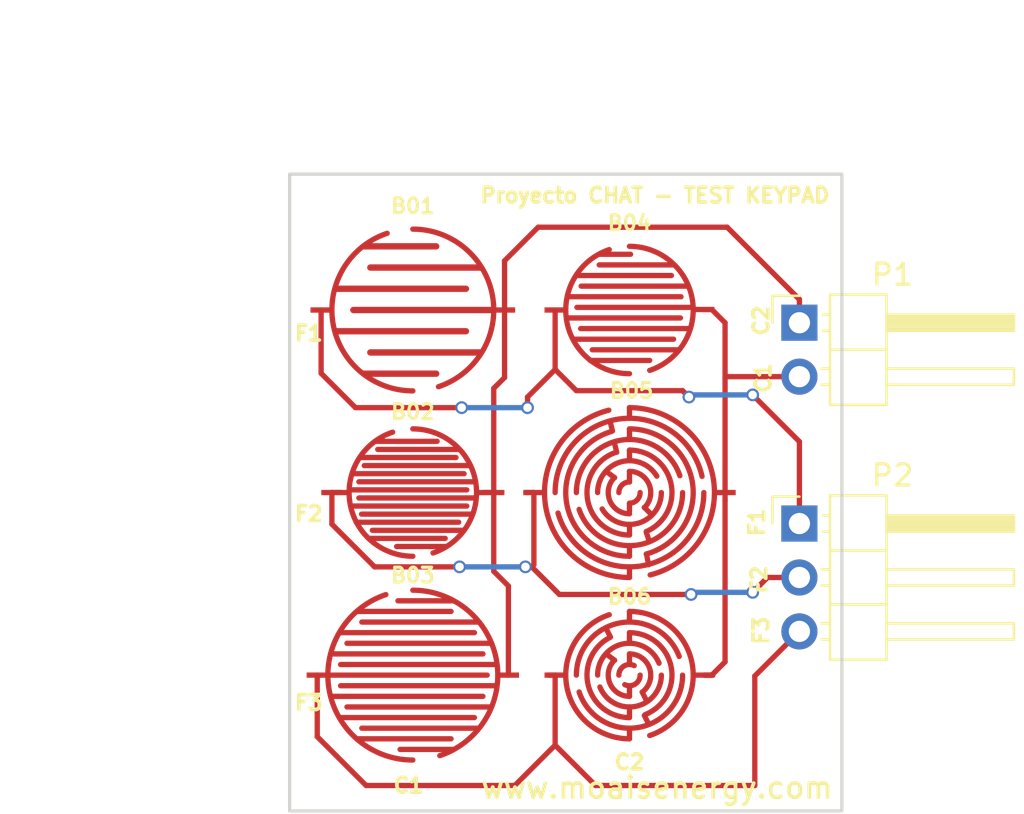
<source format=kicad_pcb>
(kicad_pcb (version 4) (host pcbnew 4.0.6-e0-6349~53~ubuntu16.04.1)

  (general
    (links 12)
    (no_connects 0)
    (area 132.924999 83.924999 159.075001 114.075001)
    (thickness 1.6)
    (drawings 26)
    (tracks 68)
    (zones 0)
    (modules 8)
    (nets 6)
  )

  (page A4)
  (layers
    (0 F.Cu signal)
    (31 B.Cu signal)
    (32 B.Adhes user)
    (33 F.Adhes user)
    (34 B.Paste user)
    (35 F.Paste user)
    (36 B.SilkS user)
    (37 F.SilkS user)
    (38 B.Mask user)
    (39 F.Mask user)
    (40 Dwgs.User user)
    (41 Cmts.User user)
    (42 Eco1.User user)
    (43 Eco2.User user)
    (44 Edge.Cuts user)
    (45 Margin user)
    (46 B.CrtYd user)
    (47 F.CrtYd user)
    (48 B.Fab user)
    (49 F.Fab user)
  )

  (setup
    (last_trace_width 0.25)
    (trace_clearance 0.2)
    (zone_clearance 0.508)
    (zone_45_only no)
    (trace_min 0.2)
    (segment_width 0.2)
    (edge_width 0.15)
    (via_size 0.6)
    (via_drill 0.4)
    (via_min_size 0.4)
    (via_min_drill 0.3)
    (uvia_size 0.3)
    (uvia_drill 0.1)
    (uvias_allowed no)
    (uvia_min_size 0.2)
    (uvia_min_drill 0.1)
    (pcb_text_width 0.3)
    (pcb_text_size 1.5 1.5)
    (mod_edge_width 0.15)
    (mod_text_size 1 1)
    (mod_text_width 0.15)
    (pad_size 1.524 1.524)
    (pad_drill 0.762)
    (pad_to_mask_clearance 0.2)
    (aux_axis_origin 0 0)
    (visible_elements FFFFEF7F)
    (pcbplotparams
      (layerselection 0x00030_80000001)
      (usegerberextensions false)
      (excludeedgelayer true)
      (linewidth 0.100000)
      (plotframeref false)
      (viasonmask false)
      (mode 1)
      (useauxorigin false)
      (hpglpennumber 1)
      (hpglpenspeed 20)
      (hpglpendiameter 15)
      (hpglpenoverlay 2)
      (psnegative false)
      (psa4output false)
      (plotreference true)
      (plotvalue true)
      (plotinvisibletext false)
      (padsonsilk false)
      (subtractmaskfromsilk false)
      (outputformat 1)
      (mirror false)
      (drillshape 1)
      (scaleselection 1)
      (outputdirectory ""))
  )

  (net 0 "")
  (net 1 "Net-(P1-Pad1)")
  (net 2 "Net-(P1-Pad2)")
  (net 3 "Net-(P2-Pad1)")
  (net 4 "Net-(P2-Pad2)")
  (net 5 "Net-(P2-Pad3)")

  (net_class Default "This is the default net class."
    (clearance 0.2)
    (trace_width 0.25)
    (via_dia 0.6)
    (via_drill 0.4)
    (uvia_dia 0.3)
    (uvia_drill 0.1)
    (add_net "Net-(P1-Pad1)")
    (add_net "Net-(P1-Pad2)")
    (add_net "Net-(P2-Pad1)")
    (add_net "Net-(P2-Pad2)")
    (add_net "Net-(P2-Pad3)")
  )

  (module Pin_Headers:Pin_Header_Angled_1x02_Pitch2.54mm (layer F.Cu) (tedit 59650532) (tstamp 5975BD1C)
    (at 157 91)
    (descr "Through hole angled pin header, 1x02, 2.54mm pitch, 6mm pin length, single row")
    (tags "Through hole angled pin header THT 1x02 2.54mm single row")
    (path /5975BD54)
    (fp_text reference P1 (at 4.385 -2.27) (layer F.SilkS)
      (effects (font (size 1 1) (thickness 0.15)))
    )
    (fp_text value CONN_01X02 (at 4.385 4.81) (layer F.Fab)
      (effects (font (size 1 1) (thickness 0.15)))
    )
    (fp_line (start 2.135 -1.27) (end 4.04 -1.27) (layer F.Fab) (width 0.1))
    (fp_line (start 4.04 -1.27) (end 4.04 3.81) (layer F.Fab) (width 0.1))
    (fp_line (start 4.04 3.81) (end 1.5 3.81) (layer F.Fab) (width 0.1))
    (fp_line (start 1.5 3.81) (end 1.5 -0.635) (layer F.Fab) (width 0.1))
    (fp_line (start 1.5 -0.635) (end 2.135 -1.27) (layer F.Fab) (width 0.1))
    (fp_line (start -0.32 -0.32) (end 1.5 -0.32) (layer F.Fab) (width 0.1))
    (fp_line (start -0.32 -0.32) (end -0.32 0.32) (layer F.Fab) (width 0.1))
    (fp_line (start -0.32 0.32) (end 1.5 0.32) (layer F.Fab) (width 0.1))
    (fp_line (start 4.04 -0.32) (end 10.04 -0.32) (layer F.Fab) (width 0.1))
    (fp_line (start 10.04 -0.32) (end 10.04 0.32) (layer F.Fab) (width 0.1))
    (fp_line (start 4.04 0.32) (end 10.04 0.32) (layer F.Fab) (width 0.1))
    (fp_line (start -0.32 2.22) (end 1.5 2.22) (layer F.Fab) (width 0.1))
    (fp_line (start -0.32 2.22) (end -0.32 2.86) (layer F.Fab) (width 0.1))
    (fp_line (start -0.32 2.86) (end 1.5 2.86) (layer F.Fab) (width 0.1))
    (fp_line (start 4.04 2.22) (end 10.04 2.22) (layer F.Fab) (width 0.1))
    (fp_line (start 10.04 2.22) (end 10.04 2.86) (layer F.Fab) (width 0.1))
    (fp_line (start 4.04 2.86) (end 10.04 2.86) (layer F.Fab) (width 0.1))
    (fp_line (start 1.44 -1.33) (end 1.44 3.87) (layer F.SilkS) (width 0.12))
    (fp_line (start 1.44 3.87) (end 4.1 3.87) (layer F.SilkS) (width 0.12))
    (fp_line (start 4.1 3.87) (end 4.1 -1.33) (layer F.SilkS) (width 0.12))
    (fp_line (start 4.1 -1.33) (end 1.44 -1.33) (layer F.SilkS) (width 0.12))
    (fp_line (start 4.1 -0.38) (end 10.1 -0.38) (layer F.SilkS) (width 0.12))
    (fp_line (start 10.1 -0.38) (end 10.1 0.38) (layer F.SilkS) (width 0.12))
    (fp_line (start 10.1 0.38) (end 4.1 0.38) (layer F.SilkS) (width 0.12))
    (fp_line (start 4.1 -0.32) (end 10.1 -0.32) (layer F.SilkS) (width 0.12))
    (fp_line (start 4.1 -0.2) (end 10.1 -0.2) (layer F.SilkS) (width 0.12))
    (fp_line (start 4.1 -0.08) (end 10.1 -0.08) (layer F.SilkS) (width 0.12))
    (fp_line (start 4.1 0.04) (end 10.1 0.04) (layer F.SilkS) (width 0.12))
    (fp_line (start 4.1 0.16) (end 10.1 0.16) (layer F.SilkS) (width 0.12))
    (fp_line (start 4.1 0.28) (end 10.1 0.28) (layer F.SilkS) (width 0.12))
    (fp_line (start 1.11 -0.38) (end 1.44 -0.38) (layer F.SilkS) (width 0.12))
    (fp_line (start 1.11 0.38) (end 1.44 0.38) (layer F.SilkS) (width 0.12))
    (fp_line (start 1.44 1.27) (end 4.1 1.27) (layer F.SilkS) (width 0.12))
    (fp_line (start 4.1 2.16) (end 10.1 2.16) (layer F.SilkS) (width 0.12))
    (fp_line (start 10.1 2.16) (end 10.1 2.92) (layer F.SilkS) (width 0.12))
    (fp_line (start 10.1 2.92) (end 4.1 2.92) (layer F.SilkS) (width 0.12))
    (fp_line (start 1.042929 2.16) (end 1.44 2.16) (layer F.SilkS) (width 0.12))
    (fp_line (start 1.042929 2.92) (end 1.44 2.92) (layer F.SilkS) (width 0.12))
    (fp_line (start -1.27 0) (end -1.27 -1.27) (layer F.SilkS) (width 0.12))
    (fp_line (start -1.27 -1.27) (end 0 -1.27) (layer F.SilkS) (width 0.12))
    (fp_line (start -1.8 -1.8) (end -1.8 4.35) (layer F.CrtYd) (width 0.05))
    (fp_line (start -1.8 4.35) (end 10.55 4.35) (layer F.CrtYd) (width 0.05))
    (fp_line (start 10.55 4.35) (end 10.55 -1.8) (layer F.CrtYd) (width 0.05))
    (fp_line (start 10.55 -1.8) (end -1.8 -1.8) (layer F.CrtYd) (width 0.05))
    (fp_text user %R (at 2.8 1.34 90) (layer F.Fab)
      (effects (font (size 1 1) (thickness 0.15)))
    )
    (pad 1 thru_hole rect (at 0 0) (size 1.7 1.7) (drill 1) (layers *.Cu *.Mask)
      (net 1 "Net-(P1-Pad1)"))
    (pad 2 thru_hole oval (at 0 2.54) (size 1.7 1.7) (drill 1) (layers *.Cu *.Mask)
      (net 2 "Net-(P1-Pad2)"))
    (model ${KISYS3DMOD}/Pin_Headers.3dshapes/Pin_Header_Angled_1x02_Pitch2.54mm.wrl
      (at (xyz 0 0 0))
      (scale (xyz 1 1 1))
      (rotate (xyz 0 0 0))
    )
  )

  (module Pin_Headers:Pin_Header_Angled_1x03_Pitch2.54mm (layer F.Cu) (tedit 59650532) (tstamp 5975BD23)
    (at 157 100.46)
    (descr "Through hole angled pin header, 1x03, 2.54mm pitch, 6mm pin length, single row")
    (tags "Through hole angled pin header THT 1x03 2.54mm single row")
    (path /5975BB6F)
    (fp_text reference P2 (at 4.385 -2.27) (layer F.SilkS)
      (effects (font (size 1 1) (thickness 0.15)))
    )
    (fp_text value CONN_01X03 (at 4.385 7.35) (layer F.Fab)
      (effects (font (size 1 1) (thickness 0.15)))
    )
    (fp_line (start 2.135 -1.27) (end 4.04 -1.27) (layer F.Fab) (width 0.1))
    (fp_line (start 4.04 -1.27) (end 4.04 6.35) (layer F.Fab) (width 0.1))
    (fp_line (start 4.04 6.35) (end 1.5 6.35) (layer F.Fab) (width 0.1))
    (fp_line (start 1.5 6.35) (end 1.5 -0.635) (layer F.Fab) (width 0.1))
    (fp_line (start 1.5 -0.635) (end 2.135 -1.27) (layer F.Fab) (width 0.1))
    (fp_line (start -0.32 -0.32) (end 1.5 -0.32) (layer F.Fab) (width 0.1))
    (fp_line (start -0.32 -0.32) (end -0.32 0.32) (layer F.Fab) (width 0.1))
    (fp_line (start -0.32 0.32) (end 1.5 0.32) (layer F.Fab) (width 0.1))
    (fp_line (start 4.04 -0.32) (end 10.04 -0.32) (layer F.Fab) (width 0.1))
    (fp_line (start 10.04 -0.32) (end 10.04 0.32) (layer F.Fab) (width 0.1))
    (fp_line (start 4.04 0.32) (end 10.04 0.32) (layer F.Fab) (width 0.1))
    (fp_line (start -0.32 2.22) (end 1.5 2.22) (layer F.Fab) (width 0.1))
    (fp_line (start -0.32 2.22) (end -0.32 2.86) (layer F.Fab) (width 0.1))
    (fp_line (start -0.32 2.86) (end 1.5 2.86) (layer F.Fab) (width 0.1))
    (fp_line (start 4.04 2.22) (end 10.04 2.22) (layer F.Fab) (width 0.1))
    (fp_line (start 10.04 2.22) (end 10.04 2.86) (layer F.Fab) (width 0.1))
    (fp_line (start 4.04 2.86) (end 10.04 2.86) (layer F.Fab) (width 0.1))
    (fp_line (start -0.32 4.76) (end 1.5 4.76) (layer F.Fab) (width 0.1))
    (fp_line (start -0.32 4.76) (end -0.32 5.4) (layer F.Fab) (width 0.1))
    (fp_line (start -0.32 5.4) (end 1.5 5.4) (layer F.Fab) (width 0.1))
    (fp_line (start 4.04 4.76) (end 10.04 4.76) (layer F.Fab) (width 0.1))
    (fp_line (start 10.04 4.76) (end 10.04 5.4) (layer F.Fab) (width 0.1))
    (fp_line (start 4.04 5.4) (end 10.04 5.4) (layer F.Fab) (width 0.1))
    (fp_line (start 1.44 -1.33) (end 1.44 6.41) (layer F.SilkS) (width 0.12))
    (fp_line (start 1.44 6.41) (end 4.1 6.41) (layer F.SilkS) (width 0.12))
    (fp_line (start 4.1 6.41) (end 4.1 -1.33) (layer F.SilkS) (width 0.12))
    (fp_line (start 4.1 -1.33) (end 1.44 -1.33) (layer F.SilkS) (width 0.12))
    (fp_line (start 4.1 -0.38) (end 10.1 -0.38) (layer F.SilkS) (width 0.12))
    (fp_line (start 10.1 -0.38) (end 10.1 0.38) (layer F.SilkS) (width 0.12))
    (fp_line (start 10.1 0.38) (end 4.1 0.38) (layer F.SilkS) (width 0.12))
    (fp_line (start 4.1 -0.32) (end 10.1 -0.32) (layer F.SilkS) (width 0.12))
    (fp_line (start 4.1 -0.2) (end 10.1 -0.2) (layer F.SilkS) (width 0.12))
    (fp_line (start 4.1 -0.08) (end 10.1 -0.08) (layer F.SilkS) (width 0.12))
    (fp_line (start 4.1 0.04) (end 10.1 0.04) (layer F.SilkS) (width 0.12))
    (fp_line (start 4.1 0.16) (end 10.1 0.16) (layer F.SilkS) (width 0.12))
    (fp_line (start 4.1 0.28) (end 10.1 0.28) (layer F.SilkS) (width 0.12))
    (fp_line (start 1.11 -0.38) (end 1.44 -0.38) (layer F.SilkS) (width 0.12))
    (fp_line (start 1.11 0.38) (end 1.44 0.38) (layer F.SilkS) (width 0.12))
    (fp_line (start 1.44 1.27) (end 4.1 1.27) (layer F.SilkS) (width 0.12))
    (fp_line (start 4.1 2.16) (end 10.1 2.16) (layer F.SilkS) (width 0.12))
    (fp_line (start 10.1 2.16) (end 10.1 2.92) (layer F.SilkS) (width 0.12))
    (fp_line (start 10.1 2.92) (end 4.1 2.92) (layer F.SilkS) (width 0.12))
    (fp_line (start 1.042929 2.16) (end 1.44 2.16) (layer F.SilkS) (width 0.12))
    (fp_line (start 1.042929 2.92) (end 1.44 2.92) (layer F.SilkS) (width 0.12))
    (fp_line (start 1.44 3.81) (end 4.1 3.81) (layer F.SilkS) (width 0.12))
    (fp_line (start 4.1 4.7) (end 10.1 4.7) (layer F.SilkS) (width 0.12))
    (fp_line (start 10.1 4.7) (end 10.1 5.46) (layer F.SilkS) (width 0.12))
    (fp_line (start 10.1 5.46) (end 4.1 5.46) (layer F.SilkS) (width 0.12))
    (fp_line (start 1.042929 4.7) (end 1.44 4.7) (layer F.SilkS) (width 0.12))
    (fp_line (start 1.042929 5.46) (end 1.44 5.46) (layer F.SilkS) (width 0.12))
    (fp_line (start -1.27 0) (end -1.27 -1.27) (layer F.SilkS) (width 0.12))
    (fp_line (start -1.27 -1.27) (end 0 -1.27) (layer F.SilkS) (width 0.12))
    (fp_line (start -1.8 -1.8) (end -1.8 6.85) (layer F.CrtYd) (width 0.05))
    (fp_line (start -1.8 6.85) (end 10.55 6.85) (layer F.CrtYd) (width 0.05))
    (fp_line (start 10.55 6.85) (end 10.55 -1.8) (layer F.CrtYd) (width 0.05))
    (fp_line (start 10.55 -1.8) (end -1.8 -1.8) (layer F.CrtYd) (width 0.05))
    (fp_text user %R (at 2.77 2.54 270) (layer F.Fab)
      (effects (font (size 1 1) (thickness 0.15)))
    )
    (pad 1 thru_hole rect (at 0 0) (size 1.7 1.7) (drill 1) (layers *.Cu *.Mask)
      (net 3 "Net-(P2-Pad1)"))
    (pad 2 thru_hole oval (at 0 2.54) (size 1.7 1.7) (drill 1) (layers *.Cu *.Mask)
      (net 4 "Net-(P2-Pad2)"))
    (pad 3 thru_hole oval (at 0 5.08) (size 1.7 1.7) (drill 1) (layers *.Cu *.Mask)
      (net 5 "Net-(P2-Pad3)"))
    (model ${KISYS3DMOD}/Pin_Headers.3dshapes/Pin_Header_Angled_1x03_Pitch2.54mm.wrl
      (at (xyz 0 0 0))
      (scale (xyz 1 1 1))
      (rotate (xyz 0 0 0))
    )
  )

  (module footprint:Button_V2 (layer F.Cu) (tedit 597633A7) (tstamp 59709377)
    (at 138.8 99)
    (path /596898F9)
    (fp_text reference B02 (at 0 -3.8) (layer F.SilkS)
      (effects (font (size 0.7 0.7) (thickness 0.15)))
    )
    (fp_text value SW_DIP_x01 (at 0.2 -4) (layer F.Fab)
      (effects (font (size 1 1) (thickness 0.15)))
    )
    (fp_line (start 3.81 0) (end 3.048 0) (layer F.Cu) (width 0.25))
    (fp_line (start -3.81 0) (end -3.048 0) (layer F.Cu) (width 0.25))
    (fp_line (start 1.524 2.54) (end -0.762 2.54) (layer F.Cu) (width 0.25))
    (fp_line (start -2.032 2.159) (end 1.524 2.159) (layer F.Cu) (width 0.25))
    (fp_line (start 2.413 1.778) (end -1.905 1.778) (layer F.Cu) (width 0.25))
    (fp_line (start -2.667 1.397) (end 2.159 1.397) (layer F.Cu) (width 0.25))
    (fp_line (start 2.794 1.016) (end -2.413 1.016) (layer F.Cu) (width 0.25))
    (fp_line (start -2.921 0.635) (end 2.54 0.635) (layer F.Cu) (width 0.25))
    (fp_line (start 2.921 0.254) (end -2.54 0.254) (layer F.Cu) (width 0.25))
    (fp_line (start -2.921 -0.127) (end 2.54 -0.127) (layer F.Cu) (width 0.25))
    (fp_line (start 2.921 -0.508) (end -2.54 -0.508) (layer F.Cu) (width 0.25))
    (fp_line (start -2.794 -0.889) (end 2.413 -0.889) (layer F.Cu) (width 0.25))
    (fp_line (start 2.667 -1.27) (end -2.286 -1.27) (layer F.Cu) (width 0.25))
    (fp_line (start -2.413 -1.651) (end 2.032 -1.651) (layer F.Cu) (width 0.25))
    (fp_line (start 2.159 -2.032) (end -1.651 -2.032) (layer F.Cu) (width 0.25))
    (fp_line (start -1.778 -2.413) (end 1.143 -2.413) (layer F.Cu) (width 0.25))
    (fp_arc (start 0 0) (end 0 -3) (angle 161.5) (layer F.Cu) (width 0.25))
    (fp_arc (start 0 0) (end 0 3) (angle 161.5) (layer F.Cu) (width 0.25))
    (pad 1 smd rect (at 3.81 0) (size 1 0.25) (layers F.Cu F.Paste F.Mask)
      (net 1 "Net-(P1-Pad1)"))
    (pad 2 smd rect (at -3.81 0) (size 1 0.25) (layers F.Cu F.Paste F.Mask)
      (net 4 "Net-(P2-Pad2)"))
  )

  (module "footprint:button rubber pad" (layer F.Cu) (tedit 5976339F) (tstamp 59709371)
    (at 138.8 90.4)
    (path /5968986F)
    (fp_text reference B01 (at 0 -4.9) (layer F.SilkS)
      (effects (font (size 0.7 0.7) (thickness 0.15)))
    )
    (fp_text value SW_DIP_x01 (at -0.1 -1.2) (layer F.Fab)
      (effects (font (size 1 1) (thickness 0.15)))
    )
    (fp_line (start -2.3 3) (end 1.1 3) (layer F.Cu) (width 0.3))
    (fp_line (start 3.2 2) (end -2 2) (layer F.Cu) (width 0.3))
    (fp_line (start -3.6 1) (end 2.5 1) (layer F.Cu) (width 0.3))
    (fp_line (start 3.7 0) (end -2.8 0) (layer F.Cu) (width 0.3))
    (fp_line (start -3.6 -1) (end 2.5 -1) (layer F.Cu) (width 0.3))
    (fp_line (start 3.2 -2) (end -2 -2) (layer F.Cu) (width 0.3))
    (fp_line (start -2.3 -3) (end 1.1 -3) (layer F.Cu) (width 0.3))
    (fp_arc (start 0 0) (end 0 3.81) (angle 161.5) (layer F.Cu) (width 0.25))
    (fp_arc (start 0 0) (end 0 -3.81) (angle 161.5) (layer F.Cu) (width 0.25))
    (pad 1 smd rect (at 4.318 0) (size 1 0.25) (layers F.Cu F.Paste F.Mask)
      (net 1 "Net-(P1-Pad1)"))
    (pad 2 smd rect (at -4.318 0) (size 1 0.25) (layers F.Cu F.Paste F.Mask)
      (net 3 "Net-(P2-Pad1)"))
  )

  (module footprint:Button_V4 (layer F.Cu) (tedit 597633DD) (tstamp 59709383)
    (at 149 90.4)
    (path /5968994A)
    (fp_text reference B04 (at 0 -4.1) (layer F.SilkS)
      (effects (font (size 0.7 0.7) (thickness 0.15)))
    )
    (fp_text value SW_DIP_x01 (at 0.2 -4.8) (layer F.Fab)
      (effects (font (size 1 1) (thickness 0.15)))
    )
    (fp_line (start -1.85 2.375) (end 0.95 2.375) (layer F.Cu) (width 0.25))
    (fp_line (start 2.3 1.875) (end -1.75 1.875) (layer F.Cu) (width 0.25))
    (fp_line (start -2.65 1.375) (end 2.075 1.375) (layer F.Cu) (width 0.25))
    (fp_line (start 2.825 0.875) (end -2.3 0.875) (layer F.Cu) (width 0.25))
    (fp_line (start -2.95 0.375) (end 2.4 0.375) (layer F.Cu) (width 0.25))
    (fp_line (start 2.95 -0.125) (end -2.475 -0.125) (layer F.Cu) (width 0.25))
    (fp_line (start -2.9 -0.625) (end 2.425 -0.625) (layer F.Cu) (width 0.25))
    (fp_line (start 2.725 -1.125) (end -2.275 -1.125) (layer F.Cu) (width 0.25))
    (fp_line (start -2.475 -1.625) (end 1.975 -1.625) (layer F.Cu) (width 0.25))
    (fp_line (start 2.075 -2.125) (end -1.425 -2.125) (layer F.Cu) (width 0.25))
    (fp_line (start -1.4 -2.625) (end 0.05 -2.625) (layer F.Cu) (width 0.25))
    (fp_arc (start 0 0) (end 0 3) (angle 161.5) (layer F.Cu) (width 0.25))
    (fp_arc (start 0 0) (end 0 -3) (angle 161.5) (layer F.Cu) (width 0.25))
    (pad 1 smd rect (at 3.5 -0.025) (size 1 0.25) (layers F.Cu F.Paste F.Mask)
      (net 2 "Net-(P1-Pad2)"))
    (pad 2 smd rect (at -3.5 0) (size 1 0.25) (layers F.Cu F.Paste F.Mask)
      (net 3 "Net-(P2-Pad1)"))
  )

  (module footprint:Button_V3 (layer F.Cu) (tedit 597633E9) (tstamp 5970937D)
    (at 138.8 107.6)
    (path /596899CA)
    (fp_text reference B03 (at 0 -4.7) (layer F.SilkS)
      (effects (font (size 0.7 0.7) (thickness 0.15)))
    )
    (fp_text value SW_DIP_x01 (at -0.2 -4.8) (layer F.Fab)
      (effects (font (size 1 1) (thickness 0.15)))
    )
    (fp_line (start 1.9 -3.5) (end -0.7 -3.5) (layer F.Cu) (width 0.25))
    (fp_line (start -2.6 -3) (end 1.8 -3) (layer F.Cu) (width 0.25))
    (fp_line (start 3.1 -2.5) (end -2.4 -2.5) (layer F.Cu) (width 0.25))
    (fp_line (start -3.4 -2) (end 2.9 -2) (layer F.Cu) (width 0.25))
    (fp_line (start 3.7 -1.5) (end -3.1 -1.5) (layer F.Cu) (width 0.25))
    (fp_line (start -3.8 -1) (end 3.3 -1) (layer F.Cu) (width 0.25))
    (fp_line (start 3.9 -0.5) (end -3.4 -0.5) (layer F.Cu) (width 0.25))
    (fp_line (start -4 0) (end 3.5 0) (layer F.Cu) (width 0.25))
    (fp_line (start 3.9 0.5) (end -3.4 0.5) (layer F.Cu) (width 0.25))
    (fp_line (start -3.8 1) (end 3.3 1) (layer F.Cu) (width 0.25))
    (fp_line (start 3.7 1.5) (end -3.1 1.5) (layer F.Cu) (width 0.25))
    (fp_line (start -3.4 2) (end 2.9 2) (layer F.Cu) (width 0.25))
    (fp_line (start 3.1 2.5) (end -2.4 2.5) (layer F.Cu) (width 0.25))
    (fp_line (start -2.6 3) (end 1.8 3) (layer F.Cu) (width 0.25))
    (fp_line (start 1.9 3.5) (end -0.6 3.5) (layer F.Cu) (width 0.25))
    (fp_arc (start 0 0) (end 0 4) (angle 161.5) (layer F.Cu) (width 0.25))
    (fp_arc (start 0 0) (end 0 -4) (angle 161.5) (layer F.Cu) (width 0.25))
    (pad 1 smd rect (at 4.5 0) (size 1 0.25) (layers F.Cu F.Paste F.Mask)
      (net 1 "Net-(P1-Pad1)"))
    (pad 2 smd rect (at -4.5 0) (size 1 0.25) (layers F.Cu F.Paste F.Mask)
      (net 5 "Net-(P2-Pad3)"))
  )

  (module footprint:Button_V5 (layer F.Cu) (tedit 597633D7) (tstamp 59709389)
    (at 149 99)
    (path /59689975)
    (fp_text reference B05 (at 0.1 -4.8) (layer F.SilkS)
      (effects (font (size 0.7 0.7) (thickness 0.15)))
    )
    (fp_text value SW_DIP_x01 (at 0 -4.75) (layer F.Fab)
      (effects (font (size 1 1) (thickness 0.15)))
    )
    (fp_line (start -0.6 -1.9) (end -0.7 -2.3) (layer F.Cu) (width 0.25))
    (fp_line (start 0 1.5) (end 0 2) (layer F.Cu) (width 0.25))
    (fp_line (start 0.7 0.7) (end 1 1) (layer F.Cu) (width 0.25))
    (fp_line (start 0 -1) (end 0 -0.5) (layer F.Cu) (width 0.25))
    (fp_line (start 0 0.5) (end 0 0.9) (layer F.Cu) (width 0.25))
    (fp_line (start -1.1 -1) (end -0.7 -0.7) (layer F.Cu) (width 0.25))
    (fp_line (start 0 -2) (end 0 -1.6) (layer F.Cu) (width 0.25))
    (fp_line (start 0.8 1.9) (end 0.9 2.2) (layer F.Cu) (width 0.25))
    (fp_arc (start 0 0) (end 0 -2) (angle 156.8) (layer F.Cu) (width 0.25))
    (fp_line (start 0 -3) (end 0 -2.6) (layer F.Cu) (width 0.25))
    (fp_line (start 0.9 3.4) (end 0.8 2.9) (layer F.Cu) (width 0.25))
    (fp_line (start 0 4) (end 0 3.5) (layer F.Cu) (width 0.25))
    (fp_line (start 0 3) (end 0 2.5) (layer F.Cu) (width 0.25))
    (fp_line (start -0.8 -2.9) (end -0.9 -3.3) (layer F.Cu) (width 0.25))
    (fp_line (start 0 -4) (end 0 -3.5) (layer F.Cu) (width 0.25))
    (fp_arc (start 0 0) (end -0.5 0) (angle 89.9) (layer F.Cu) (width 0.25))
    (fp_arc (start 0 0) (end 0.5 0) (angle 90) (layer F.Cu) (width 0.25))
    (fp_arc (start 0 0) (end 0 1) (angle 135) (layer F.Cu) (width 0.25))
    (fp_arc (start 0 0) (end 0 -1) (angle 135) (layer F.Cu) (width 0.25))
    (fp_arc (start 0 0) (end -1.5 0) (angle 149) (layer F.Cu) (width 0.25))
    (fp_arc (start 0 0) (end 1.5 0) (angle 149) (layer F.Cu) (width 0.25))
    (fp_arc (start 0 0) (end 0 2) (angle 161.5) (layer F.Cu) (width 0.25))
    (fp_arc (start 0 0) (end -2.5 0) (angle 161.5) (layer F.Cu) (width 0.25))
    (fp_arc (start 0 0) (end 2.5 0) (angle 161.5) (layer F.Cu) (width 0.25))
    (fp_arc (start 0 0) (end 0 3) (angle 163.3) (layer F.Cu) (width 0.25))
    (fp_arc (start 0 0) (end 0 -3) (angle 164.7) (layer F.Cu) (width 0.25))
    (fp_arc (start 0 0) (end 3.5 0) (angle 164) (layer F.Cu) (width 0.25))
    (fp_arc (start 0 0) (end -3.5 0) (angle 167.4) (layer F.Cu) (width 0.25))
    (fp_arc (start 0 0) (end 0 4) (angle 165.9) (layer F.Cu) (width 0.25))
    (fp_arc (start 0 0) (end 0 -4) (angle 165.9) (layer F.Cu) (width 0.25))
    (pad 1 smd rect (at 4.5 0) (size 1 0.25) (layers F.Cu F.Paste F.Mask)
      (net 2 "Net-(P1-Pad2)"))
    (pad 2 smd rect (at -4.5 0) (size 1 0.25) (layers F.Cu F.Paste F.Mask)
      (net 4 "Net-(P2-Pad2)"))
  )

  (module footprint:Button_V6.1 (layer F.Cu) (tedit 597633C1) (tstamp 59709CC6)
    (at 149 107.6)
    (path /59689A57)
    (fp_text reference B06 (at 0 -3.7) (layer F.SilkS)
      (effects (font (size 0.7 0.7) (thickness 0.15)))
    )
    (fp_text value SW_DIP_x01 (at 0 -4) (layer F.Fab)
      (effects (font (size 1 1) (thickness 0.15)))
    )
    (fp_line (start 0 1) (end 0 0.5) (layer F.Cu) (width 0.25))
    (fp_line (start -1.1 -1) (end -0.7 -0.7) (layer F.Cu) (width 0.25))
    (fp_line (start 0 -2) (end 0 -1.5) (layer F.Cu) (width 0.25))
    (fp_line (start 0.7 1.9) (end 0.9 2.3) (layer F.Cu) (width 0.25))
    (fp_line (start 0 3) (end 0 2.5) (layer F.Cu) (width 0.25))
    (fp_line (start 0 -1) (end 0 -0.6) (layer F.Cu) (width 0.25))
    (fp_line (start 0.8 1.2) (end 0.6 0.8) (layer F.Cu) (width 0.25))
    (fp_line (start 0 2) (end 0 1.5) (layer F.Cu) (width 0.25))
    (fp_line (start -0.9 -1.8) (end -1.1 -2.2) (layer F.Cu) (width 0.25))
    (fp_line (start 0 -3) (end 0 -2.6) (layer F.Cu) (width 0.25))
    (fp_arc (start 0 0) (end -0.5 0) (angle 116.5) (layer F.Cu) (width 0.25))
    (fp_arc (start 0 0) (end 0.5 0) (angle 116.5) (layer F.Cu) (width 0.25))
    (fp_arc (start 0 0) (end 0 1) (angle 135) (layer F.Cu) (width 0.25))
    (fp_arc (start 0 0) (end 0 -1) (angle 143.1) (layer F.Cu) (width 0.25))
    (fp_arc (start 0 0) (end -1.5 0) (angle 158.1) (layer F.Cu) (width 0.25))
    (fp_arc (start 0 0) (end 1.5 0) (angle 158.1) (layer F.Cu) (width 0.25))
    (fp_arc (start 0 0) (end 0 2) (angle 153.4) (layer F.Cu) (width 0.25))
    (fp_arc (start 0 0) (end 0 -2) (angle 158.1) (layer F.Cu) (width 0.25))
    (fp_arc (start 0 0) (end -2.5 0) (angle 159.4) (layer F.Cu) (width 0.25))
    (fp_arc (start 0 0) (end 2.5 0) (angle 161.5) (layer F.Cu) (width 0.25))
    (fp_arc (start 0 0) (end 0 3) (angle 161.5) (layer F.Cu) (width 0.25))
    (fp_arc (start 0 0) (end 0 -3) (angle 161.5) (layer F.Cu) (width 0.25))
    (pad 1 smd rect (at 3.5 0) (size 1 0.25) (layers F.Cu F.Paste F.Mask)
      (net 2 "Net-(P1-Pad2)"))
    (pad 2 smd rect (at -3.5 0) (size 1 0.25) (layers F.Cu F.Paste F.Mask)
      (net 5 "Net-(P2-Pad3)"))
  )

  (gr_text F3 (at 133.9 108.9) (layer F.SilkS)
    (effects (font (size 0.7 0.7) (thickness 0.175)))
  )
  (gr_text F2 (at 133.9 100) (layer F.SilkS)
    (effects (font (size 0.7 0.7) (thickness 0.175)))
  )
  (gr_text F1 (at 133.9 91.5) (layer F.SilkS)
    (effects (font (size 0.7 0.7) (thickness 0.175)))
  )
  (gr_text C2 (at 149 111.7) (layer F.SilkS)
    (effects (font (size 0.7 0.7) (thickness 0.175)))
  )
  (gr_text C1 (at 138.6 112.8) (layer F.SilkS)
    (effects (font (size 0.7 0.7) (thickness 0.175)))
  )
  (gr_text C2 (at 155.2 90.9 90) (layer F.SilkS)
    (effects (font (size 0.7 0.7) (thickness 0.175)))
  )
  (gr_text C1 (at 155.3 93.6 90) (layer F.SilkS)
    (effects (font (size 0.7 0.7) (thickness 0.175)))
  )
  (gr_text F3 (at 155.2 105.5 90) (layer F.SilkS)
    (effects (font (size 0.7 0.7) (thickness 0.175)))
  )
  (gr_text F2 (at 155.1 103.1 90) (layer F.SilkS)
    (effects (font (size 0.7 0.7) (thickness 0.175)))
  )
  (gr_text F1 (at 155 100.4 90) (layer F.SilkS)
    (effects (font (size 0.7 0.7) (thickness 0.175)))
  )
  (dimension 26 (width 0.3) (layer Dwgs.User)
    (gr_text "26,000 mm" (at 146 77.65) (layer Dwgs.User)
      (effects (font (size 1.5 1.5) (thickness 0.3)))
    )
    (feature1 (pts (xy 133 84) (xy 133 76.3)))
    (feature2 (pts (xy 159 84) (xy 159 76.3)))
    (crossbar (pts (xy 159 79) (xy 133 79)))
    (arrow1a (pts (xy 133 79) (xy 134.126504 78.413579)))
    (arrow1b (pts (xy 133 79) (xy 134.126504 79.586421)))
    (arrow2a (pts (xy 159 79) (xy 157.873496 78.413579)))
    (arrow2b (pts (xy 159 79) (xy 157.873496 79.586421)))
  )
  (dimension 30 (width 0.3) (layer Dwgs.User)
    (gr_text "30,000 mm" (at 125.65 99 90) (layer Dwgs.User)
      (effects (font (size 1.5 1.5) (thickness 0.3)))
    )
    (feature1 (pts (xy 133 84) (xy 124.3 84)))
    (feature2 (pts (xy 133 114) (xy 124.3 114)))
    (crossbar (pts (xy 127 114) (xy 127 84)))
    (arrow1a (pts (xy 127 84) (xy 127.586421 85.126504)))
    (arrow1b (pts (xy 127 84) (xy 126.413579 85.126504)))
    (arrow2a (pts (xy 127 114) (xy 127.586421 112.873496)))
    (arrow2b (pts (xy 127 114) (xy 126.413579 112.873496)))
  )
  (dimension 8.6 (width 0.25) (layer Dwgs.User)
    (gr_text "8,600 mm" (at 130.200001 103.3 270) (layer Dwgs.User)
      (effects (font (size 1 1) (thickness 0.25)))
    )
    (feature1 (pts (xy 138.8 107.6) (xy 128.850001 107.6)))
    (feature2 (pts (xy 138.8 99) (xy 128.850001 99)))
    (crossbar (pts (xy 131.550001 99) (xy 131.550001 107.6)))
    (arrow1a (pts (xy 131.550001 107.6) (xy 130.96358 106.473496)))
    (arrow1b (pts (xy 131.550001 107.6) (xy 132.136422 106.473496)))
    (arrow2a (pts (xy 131.550001 99) (xy 130.96358 100.126504)))
    (arrow2b (pts (xy 131.550001 99) (xy 132.136422 100.126504)))
  )
  (dimension 8.6 (width 0.25) (layer Dwgs.User)
    (gr_text "8,600 mm" (at 130.2 94.7 270) (layer Dwgs.User)
      (effects (font (size 1 1) (thickness 0.25)))
    )
    (feature1 (pts (xy 138.8 99) (xy 128.85 99)))
    (feature2 (pts (xy 138.8 90.4) (xy 128.85 90.4)))
    (crossbar (pts (xy 131.55 90.4) (xy 131.55 99)))
    (arrow1a (pts (xy 131.55 99) (xy 130.963579 97.873496)))
    (arrow1b (pts (xy 131.55 99) (xy 132.136421 97.873496)))
    (arrow2a (pts (xy 131.55 90.4) (xy 130.963579 91.526504)))
    (arrow2b (pts (xy 131.55 90.4) (xy 132.136421 91.526504)))
  )
  (gr_line (start 159 114) (end 159 84) (layer Edge.Cuts) (width 0.15))
  (gr_line (start 133 114) (end 159 114) (layer Edge.Cuts) (width 0.15))
  (gr_line (start 133 84) (end 159 84) (layer Edge.Cuts) (width 0.15))
  (gr_line (start 133 84) (end 133 114) (layer Edge.Cuts) (width 0.15))
  (gr_text "Proyecto CHAT - TEST KEYPAD" (at 150.2 85 360) (layer F.SilkS)
    (effects (font (size 0.7 0.7) (thickness 0.175)))
  )
  (gr_circle (center 149 99) (end 153.2 99.3) (layer F.Mask) (width 0.2))
  (gr_circle (center 149 90.4) (end 152.2 90.4) (layer F.Mask) (width 0.2))
  (gr_circle (center 149.05 107.6) (end 152.15 107.3) (layer F.Mask) (width 0.2))
  (gr_circle (center 138.8 107.6) (end 142.9 107.7) (layer F.Mask) (width 0.2))
  (gr_circle (center 138.8 99) (end 141.9 98.6) (layer F.Mask) (width 0.2))
  (gr_circle (center 138.8 90.4) (end 142.8 90.2) (layer F.Mask) (width 0.2))
  (gr_text www.moaisenergy.com (at 150.3 112.9) (layer F.SilkS)
    (effects (font (size 1 1) (thickness 0.175)))
  )

  (segment (start 144.7 86.5) (end 143.118 88.082) (width 0.25) (layer F.Cu) (net 1))
  (segment (start 143.118 88.082) (end 143.118 90.4) (width 0.25) (layer F.Cu) (net 1))
  (segment (start 153.6 86.5) (end 144.7 86.5) (width 0.25) (layer F.Cu) (net 1))
  (segment (start 157 91) (end 157 89.9) (width 0.25) (layer F.Cu) (net 1))
  (segment (start 157 89.9) (end 153.6 86.5) (width 0.25) (layer F.Cu) (net 1))
  (segment (start 142.61 94.09) (end 143.118 93.582) (width 0.25) (layer F.Cu) (net 1))
  (segment (start 143.118 93.582) (end 143.118 90.4) (width 0.25) (layer F.Cu) (net 1))
  (segment (start 142.61 99) (end 142.61 94.09) (width 0.25) (layer F.Cu) (net 1))
  (segment (start 143.3 103.4) (end 142.61 102.71) (width 0.25) (layer F.Cu) (net 1))
  (segment (start 142.61 102.71) (end 142.61 99) (width 0.25) (layer F.Cu) (net 1))
  (segment (start 143.3 107.6) (end 143.3 103.4) (width 0.25) (layer F.Cu) (net 1))
  (segment (start 153.5 99) (end 153.5 93.6) (width 0.25) (layer F.Cu) (net 2))
  (segment (start 153.56 93.54) (end 153.5 93.6) (width 0.25) (layer F.Cu) (net 2))
  (segment (start 153.5 93.6) (end 153.5 91) (width 0.25) (layer F.Cu) (net 2))
  (segment (start 157 93.54) (end 153.56 93.54) (width 0.25) (layer F.Cu) (net 2))
  (segment (start 153.5 91) (end 152.875 90.375) (width 0.25) (layer F.Cu) (net 2))
  (segment (start 152.875 90.375) (end 152.5 90.375) (width 0.25) (layer F.Cu) (net 2))
  (segment (start 152.5 107.6) (end 152.875 107.6) (width 0.25) (layer F.Cu) (net 2))
  (segment (start 152.875 107.6) (end 153.5 106.975) (width 0.25) (layer F.Cu) (net 2))
  (segment (start 153.5 106.975) (end 153.5 99.375) (width 0.25) (layer F.Cu) (net 2))
  (segment (start 153.5 99.375) (end 153.5 99) (width 0.25) (layer F.Cu) (net 2))
  (segment (start 152.925 107.6) (end 152.55 107.6) (width 0.25) (layer F.Cu) (net 2))
  (segment (start 151.5 94.2) (end 146.5 94.2) (width 0.25) (layer F.Cu) (net 3))
  (segment (start 146.5 94.2) (end 145.5 93.2) (width 0.25) (layer F.Cu) (net 3))
  (segment (start 151.8 94.5) (end 151.5 94.2) (width 0.25) (layer F.Cu) (net 3))
  (segment (start 154.8 94.4) (end 151.9 94.4) (width 0.25) (layer B.Cu) (net 3))
  (segment (start 151.9 94.4) (end 151.8 94.5) (width 0.25) (layer B.Cu) (net 3))
  (via (at 151.8 94.5) (size 0.6) (drill 0.4) (layers F.Cu B.Cu) (net 3))
  (segment (start 157 100.46) (end 157 96.6) (width 0.25) (layer F.Cu) (net 3))
  (segment (start 157 96.6) (end 154.8 94.4) (width 0.25) (layer F.Cu) (net 3))
  (via (at 154.8 94.4) (size 0.6) (drill 0.4) (layers F.Cu B.Cu) (net 3))
  (segment (start 144.2 94.5) (end 145.5 93.2) (width 0.25) (layer F.Cu) (net 3))
  (segment (start 145.5 93.2) (end 145.5 90.4) (width 0.25) (layer F.Cu) (net 3))
  (segment (start 144.2 95) (end 144.2 94.5) (width 0.25) (layer F.Cu) (net 3))
  (segment (start 141.1 95) (end 144.2 95) (width 0.25) (layer B.Cu) (net 3))
  (via (at 144.2 95) (size 0.6) (drill 0.4) (layers F.Cu B.Cu) (net 3))
  (segment (start 134.482 93.382) (end 136.1 95) (width 0.25) (layer F.Cu) (net 3))
  (segment (start 136.1 95) (end 141.1 95) (width 0.25) (layer F.Cu) (net 3))
  (via (at 141.1 95) (size 0.6) (drill 0.4) (layers F.Cu B.Cu) (net 3))
  (segment (start 134.482 90.4) (end 134.482 93.382) (width 0.25) (layer F.Cu) (net 3))
  (segment (start 145.7 103.8) (end 144.4 102.5) (width 0.25) (layer F.Cu) (net 4))
  (segment (start 151.9 103.8) (end 145.7 103.8) (width 0.25) (layer F.Cu) (net 4))
  (segment (start 154.8 103.7) (end 152 103.7) (width 0.25) (layer B.Cu) (net 4))
  (segment (start 152 103.7) (end 151.9 103.8) (width 0.25) (layer B.Cu) (net 4))
  (via (at 151.9 103.8) (size 0.6) (drill 0.4) (layers F.Cu B.Cu) (net 4))
  (segment (start 157 103) (end 155.5 103) (width 0.25) (layer F.Cu) (net 4))
  (segment (start 155.5 103) (end 154.8 103.7) (width 0.25) (layer F.Cu) (net 4))
  (via (at 154.8 103.7) (size 0.6) (drill 0.4) (layers F.Cu B.Cu) (net 4))
  (segment (start 144.4 102.5) (end 144.5 102.4) (width 0.25) (layer F.Cu) (net 4))
  (segment (start 144.5 102.4) (end 144.5 99) (width 0.25) (layer F.Cu) (net 4))
  (segment (start 144.1 102.5) (end 144.4 102.5) (width 0.25) (layer F.Cu) (net 4))
  (segment (start 141 102.5) (end 144.1 102.5) (width 0.25) (layer B.Cu) (net 4))
  (via (at 144.1 102.5) (size 0.6) (drill 0.4) (layers F.Cu B.Cu) (net 4))
  (segment (start 134.99 100.49) (end 137 102.5) (width 0.25) (layer F.Cu) (net 4))
  (segment (start 137 102.5) (end 141 102.5) (width 0.25) (layer F.Cu) (net 4))
  (via (at 141 102.5) (size 0.6) (drill 0.4) (layers F.Cu B.Cu) (net 4))
  (segment (start 134.99 99) (end 134.99 100.49) (width 0.25) (layer F.Cu) (net 4))
  (segment (start 144.5 99) (end 144.125 99) (width 0.25) (layer F.Cu) (net 4))
  (segment (start 154.9 112.8) (end 154.9 107.64) (width 0.25) (layer F.Cu) (net 5))
  (segment (start 154.9 107.64) (end 157 105.54) (width 0.25) (layer F.Cu) (net 5))
  (segment (start 147.4 112.8) (end 154.9 112.8) (width 0.25) (layer F.Cu) (net 5))
  (segment (start 145.5 110.9) (end 147.4 112.8) (width 0.25) (layer F.Cu) (net 5))
  (segment (start 143.6 112.8) (end 145.5 110.9) (width 0.25) (layer F.Cu) (net 5))
  (segment (start 145.5 110.9) (end 145.5 107.6) (width 0.25) (layer F.Cu) (net 5))
  (segment (start 136.6 112.8) (end 143.6 112.8) (width 0.25) (layer F.Cu) (net 5))
  (segment (start 134.3 110.5) (end 136.6 112.8) (width 0.25) (layer F.Cu) (net 5))
  (segment (start 134.3 107.6) (end 134.3 110.5) (width 0.25) (layer F.Cu) (net 5))
  (segment (start 145.55 107.6) (end 145.175 107.6) (width 0.25) (layer F.Cu) (net 5))

  (zone (net 0) (net_name "") (layer F.Mask) (tstamp 0) (hatch edge 0.508)
    (connect_pads (clearance 0.508))
    (min_thickness 0.254)
    (fill yes (arc_segments 16) (thermal_gap 0.508) (thermal_bridge_width 0.508))
    (polygon
      (pts
        (xy 153.1 100.1) (xy 152.6 101.2) (xy 151.8 102.2) (xy 150.9 102.7) (xy 149.6 103.2)
        (xy 147.9 103.1) (xy 146.5 102.4) (xy 145.8 101.8) (xy 145.3 100.9) (xy 145 100.2)
        (xy 144.8 99.6) (xy 144.8 98.6) (xy 145 97.5) (xy 145.6 96.4) (xy 146.4 95.6)
        (xy 147.4 95.1) (xy 148.5 94.8) (xy 149.5 94.8) (xy 150.7 95.1) (xy 151.4 95.5)
        (xy 152.1 96.1) (xy 152.6 96.8) (xy 152.9 97.4) (xy 153.1 98.2) (xy 153.2 99.2)
      )
    )
    (filled_polygon
      (pts
        (xy 150.6522 95.218959) (xy 151.326511 95.604279) (xy 152.005631 96.186382) (xy 152.490864 96.865709) (xy 152.780173 97.444326)
        (xy 152.97455 98.221832) (xy 153.072296 99.199301) (xy 152.976012 100.065864) (xy 152.490935 101.133033) (xy 151.716458 102.101129)
        (xy 150.846102 102.58466) (xy 149.580043 103.071606) (xy 147.933479 102.97475) (xy 146.570783 102.293402) (xy 145.899951 101.718403)
        (xy 145.414171 100.843997) (xy 145.118815 100.154833) (xy 144.927 99.57939) (xy 144.927 98.611449) (xy 145.12129 97.542852)
        (xy 145.702734 96.476872) (xy 146.475232 95.704374) (xy 147.445547 95.219217) (xy 148.517008 94.927) (xy 149.484366 94.927)
      )
    )
  )
  (zone (net 0) (net_name "") (layer F.Mask) (tstamp 0) (hatch edge 0.508)
    (connect_pads (clearance 0.508))
    (min_thickness 0.254)
    (fill yes (arc_segments 16) (thermal_gap 0.508) (thermal_bridge_width 0.508))
    (polygon
      (pts
        (xy 152 91.4) (xy 152.2 90.4) (xy 152 89.3) (xy 151.7 88.6) (xy 151 87.8)
        (xy 149.9 87.3) (xy 148.7 87.2) (xy 147.4 87.6) (xy 146.4 88.5) (xy 145.9 89.4)
        (xy 145.8 90.5) (xy 145.9 91.2) (xy 146.4 92.3) (xy 147.2 93.1) (xy 148.4 93.6)
        (xy 149.5 93.6) (xy 150.6 93.2) (xy 151.6 92.3) (xy 152.1 91.3)
      )
    )
    (filled_polygon
      (pts
        (xy 149.867499 87.424731) (xy 150.922483 87.90427) (xy 151.591187 88.668503) (xy 151.877616 89.336839) (xy 152.070712 90.398864)
        (xy 151.875466 91.375093) (xy 151.875588 91.425506) (xy 151.884627 91.446766) (xy 151.497165 92.221691) (xy 150.533394 93.089084)
        (xy 149.477626 93.473) (xy 148.4254 93.473) (xy 147.272039 92.992433) (xy 146.506087 92.226481) (xy 146.02315 91.164019)
        (xy 145.927821 90.496721) (xy 146.024049 89.438222) (xy 146.50072 88.580213) (xy 147.464131 87.713143) (xy 148.713902 87.328598)
      )
    )
  )
  (zone (net 0) (net_name "") (layer F.Mask) (tstamp 0) (hatch edge 0.508)
    (connect_pads (clearance 0.508))
    (min_thickness 0.254)
    (fill yes (arc_segments 16) (thermal_gap 0.508) (thermal_bridge_width 0.508))
    (polygon
      (pts
        (xy 139.5 103.5) (xy 138 103.6) (xy 136.8 104) (xy 135.8 104.7) (xy 135.1 105.9)
        (xy 134.7 107.1) (xy 134.7 108.1) (xy 134.9 109) (xy 135.4 109.9) (xy 136.4 110.9)
        (xy 137.3 111.4) (xy 138.5 111.7) (xy 139.5 111.6) (xy 140.4 111.4) (xy 141.3 110.8)
        (xy 141.9 110.3) (xy 142.5 109.2) (xy 142.8 108.6) (xy 142.9 107.5) (xy 142.8 106.4)
        (xy 142.3 105.4) (xy 141.4 104.3) (xy 139.6 103.6) (xy 138.3 103.5) (xy 137 103.9)
        (xy 136.6 104.2) (xy 136.7 104) (xy 136.8 104) (xy 136.7 104.1) (xy 136.6 104.2)
        (xy 136.6 104.1) (xy 136.8 104) (xy 136.9 104) (xy 137 103.9)
      )
    )
    (filled_polygon
      (pts
        (xy 139.571501 103.725183) (xy 141.322851 104.406264) (xy 142.192742 105.469463) (xy 142.675692 106.435363) (xy 142.772477 107.5)
        (xy 142.675692 108.564637) (xy 142.387427 109.141166) (xy 141.800099 110.217935) (xy 141.223909 110.698093) (xy 140.349293 111.28117)
        (xy 139.479836 111.474383) (xy 138.509357 111.571431) (xy 137.347044 111.280852) (xy 136.477227 110.797621) (xy 135.502379 109.822773)
        (xy 135.019975 108.954446) (xy 134.827 108.086058) (xy 134.827 107.12061) (xy 135.216325 105.952635) (xy 135.89566 104.788061)
        (xy 136.564162 104.32011) (xy 136.574752 104.321951) (xy 136.595377 104.326916) (xy 136.599445 104.326245) (xy 136.603509 104.326952)
        (xy 136.624185 104.322166) (xy 136.645118 104.318715) (xy 136.649485 104.31631) (xy 136.652623 104.315584) (xy 136.659638 104.31072)
        (xy 136.6762 104.3016) (xy 136.979712 104.073966) (xy 138.024704 103.725635) (xy 138.856495 103.670183)
      )
    )
  )
  (zone (net 0) (net_name "") (layer F.Mask) (tstamp 0) (hatch edge 0.508)
    (connect_pads (clearance 0.508))
    (min_thickness 0.254)
    (fill yes (arc_segments 16) (thermal_gap 0.508) (thermal_bridge_width 0.508))
    (polygon
      (pts
        (xy 135.7 98.4) (xy 135.7 99.6) (xy 136.2 100.7) (xy 136.7 101.4) (xy 138 102.1)
        (xy 139.7 102) (xy 141.1 101.2) (xy 141.8 100) (xy 141.9 98.3) (xy 141.1 96.8)
        (xy 139.6 96) (xy 138.1 95.9) (xy 136.7 96.6) (xy 136.1 97.5) (xy 135.7 98.6)
        (xy 135.7 99.7) (xy 135.7 99.6) (xy 135.7 99.6)
      )
    )
    (filled_polygon
      (pts
        (xy 139.564318 96.124903) (xy 141.00613 96.89387) (xy 141.77112 98.328226) (xy 141.675002 99.962233) (xy 141.007446 101.106616)
        (xy 139.662831 101.874967) (xy 138.028498 101.971104) (xy 136.786192 101.30217) (xy 136.310515 100.636222) (xy 135.827 99.57249)
        (xy 135.827 98.622375) (xy 136.214138 97.557745) (xy 136.786962 96.698509) (xy 138.125955 96.029013)
      )
    )
  )
  (zone (net 0) (net_name "") (layer F.Mask) (tstamp 0) (hatch edge 0.508)
    (connect_pads (clearance 0.508))
    (min_thickness 0.254)
    (fill yes (arc_segments 16) (thermal_gap 0.508) (thermal_bridge_width 0.508))
    (polygon
      (pts
        (xy 135.3 88.4) (xy 134.9 89.6) (xy 134.8 90.5) (xy 134.9 91.5) (xy 135.4 92.6)
        (xy 136.3 93.5) (xy 137.2 94.1) (xy 138.6 94.4) (xy 139.8 94.3) (xy 141.1 93.7)
        (xy 142.2 92.5) (xy 142.7 91.3) (xy 142.8 89.9) (xy 142.4 88.5) (xy 141.2 87.1)
        (xy 139.7 86.4) (xy 138.2 86.4) (xy 136.6 87) (xy 135.7 87.8)
      )
    )
    (filled_polygon
      (pts
        (xy 141.121428 87.203481) (xy 142.285511 88.561578) (xy 142.671725 89.913326) (xy 142.5748 91.270281) (xy 142.091334 92.430598)
        (xy 141.023618 93.595379) (xy 139.767123 94.1753) (xy 138.608209 94.271876) (xy 137.250293 93.980894) (xy 136.380914 93.401308)
        (xy 135.506087 92.526481) (xy 135.024285 91.466518) (xy 134.927704 90.500699) (xy 135.024737 89.627399) (xy 135.415105 88.456294)
        (xy 135.796598 87.884056) (xy 136.666714 87.110619) (xy 138.22303 86.527) (xy 139.671826 86.527)
      )
    )
  )
  (zone (net 0) (net_name "") (layer F.Mask) (tstamp 0) (hatch edge 0.508)
    (connect_pads (clearance 0.508))
    (min_thickness 0.254)
    (fill yes (arc_segments 16) (thermal_gap 0.508) (thermal_bridge_width 0.508))
    (polygon
      (pts
        (xy 148.25 104.6) (xy 149.55 104.5) (xy 150.85 105) (xy 151.75 106.1) (xy 152.15 107.2)
        (xy 152.05 108.5) (xy 151.45 109.7) (xy 150.65 110.3) (xy 149.25 110.7) (xy 147.95 110.6)
        (xy 146.55 109.5) (xy 146.05 108.4) (xy 145.95 107.2) (xy 146.35 105.9) (xy 147.15 105.1)
        (xy 148.25 104.5)
      )
    )
    (filled_polygon
      (pts
        (xy 150.77301 105.106458) (xy 151.638028 106.163703) (xy 152.02127 107.217616) (xy 151.925282 108.465456) (xy 151.349816 109.616388)
        (xy 150.592562 110.184328) (xy 149.237019 110.571626) (xy 147.998161 110.476329) (xy 146.652807 109.419266) (xy 146.174731 108.367499)
        (xy 146.078598 107.213902) (xy 146.462107 105.967499) (xy 147.226872 105.202734) (xy 148.163071 104.69208) (xy 148.203841 104.718315)
        (xy 148.25974 104.726626) (xy 149.531162 104.628824)
      )
    )
  )
)

</source>
